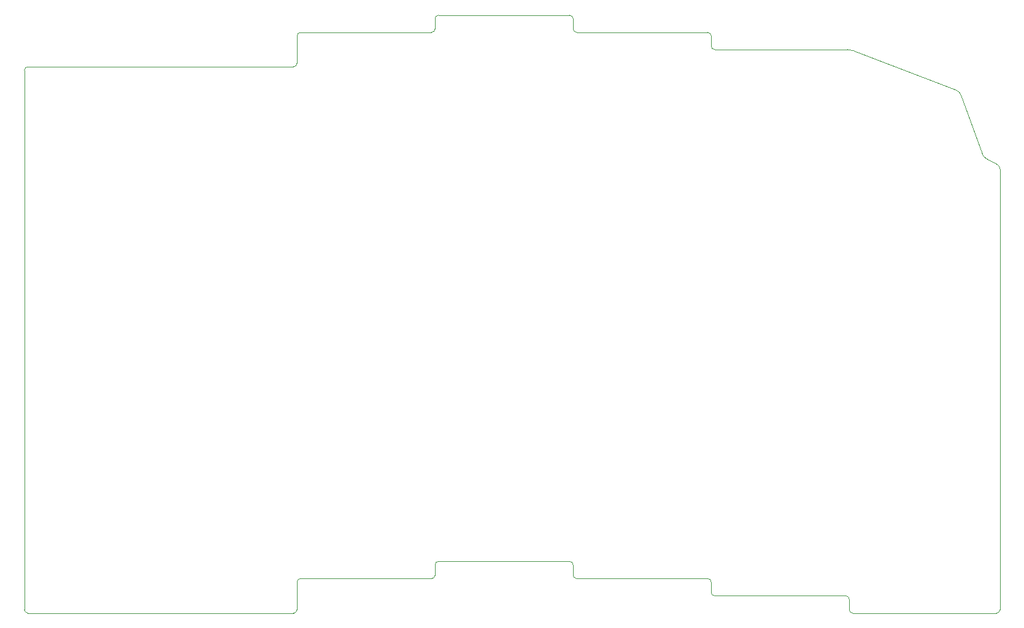
<source format=gbr>
G04 --- HEADER BEGIN --- *
G04 #@! TF.GenerationSoftware,LibrePCB,LibrePCB,0.1.7*
G04 #@! TF.CreationDate,2023-07-24T22:05:17*
G04 #@! TF.ProjectId,kbdkid3,8968376b-f35a-430f-8fb1-af8ab2fa8879,v1*
G04 #@! TF.Part,Single*
G04 #@! TF.SameCoordinates*
G04 #@! TF.FileFunction,Profile,NP*
%FSLAX66Y66*%
%MOMM*%
G01*
G75*
G04 --- HEADER END --- *
G04 --- APERTURE LIST BEGIN --- *
G04 #@! TA.AperFunction,Profile*
%ADD10C,0.001*%
G04 #@! TD*
G04 --- APERTURE LIST END --- *
G04 --- BOARD BEGIN --- *
D10*
X476250Y0D02*
X37147500Y0D01*
G03*
X37623750Y476250I0J476250D01*
G01*
X37623750Y4286250D01*
G02*
X38100000Y4762500I476250J0D01*
G01*
X56197500Y4762500D01*
G03*
X56673750Y5238750I0J476250D01*
G01*
X56673750Y6667500D01*
G02*
X57150000Y7143750I476250J0D01*
G01*
X75247500Y7143750D01*
G02*
X75723750Y6667500I0J-476250D01*
G01*
X75723750Y5238750D01*
G03*
X76200000Y4762500I476250J0D01*
G01*
X94297500Y4762500D01*
G02*
X94773750Y4286250I0J-476250D01*
G01*
X94773750Y2857500D01*
G03*
X95250000Y2381250I476250J0D01*
G01*
X113347500Y2381250D01*
G02*
X113823750Y1905000I0J-476250D01*
G01*
X113823750Y476250D01*
G03*
X114300000Y0I476250J0D01*
G01*
X134143750Y0D01*
G03*
X134620000Y476250I0J476250D01*
G01*
X134620000Y61333000D01*
G03*
X134176000Y62063000I-821801J190D01*
G01*
X132762000Y62794000D01*
G02*
X132149000Y63495000I586357J1131272D01*
G01*
X129233000Y71602000D01*
G03*
X128598000Y72253000I-1030030J-369518D01*
G01*
X114528000Y77687000D01*
G03*
X113562000Y77867000I-965845J-2501267D01*
G01*
X95274000Y77866875D01*
G02*
X94773750Y78367000I-62J500188D01*
G01*
X94773750Y79748000D01*
G03*
X94274000Y80248125I-499937J188D01*
G01*
X76224000Y80248125D01*
G02*
X75723750Y80748000I-187J500063D01*
G01*
X75723750Y82129000D01*
G03*
X75224000Y82629375I-500062J313D01*
G01*
X57174000Y82629375D01*
G03*
X56673750Y82129000I62J-500312D01*
G01*
X56673750Y80748000D01*
G02*
X56174000Y80248125I-499813J-62D01*
G01*
X38124000Y80248125D01*
G03*
X37623750Y79748000I-62J-500187D01*
G01*
X37623750Y75986000D01*
G02*
X37124000Y75485625I-500063J-312D01*
G01*
X500000Y75485625D01*
G03*
X0Y74986000I-188J-499812D01*
G01*
X0Y476250D01*
G03*
X476250Y0I476250J0D01*
G01*
G04 --- BOARD END --- *
G04 #@! TF.MD5,bf928eb2f9839133d353ee5069b7df33*
M02*

</source>
